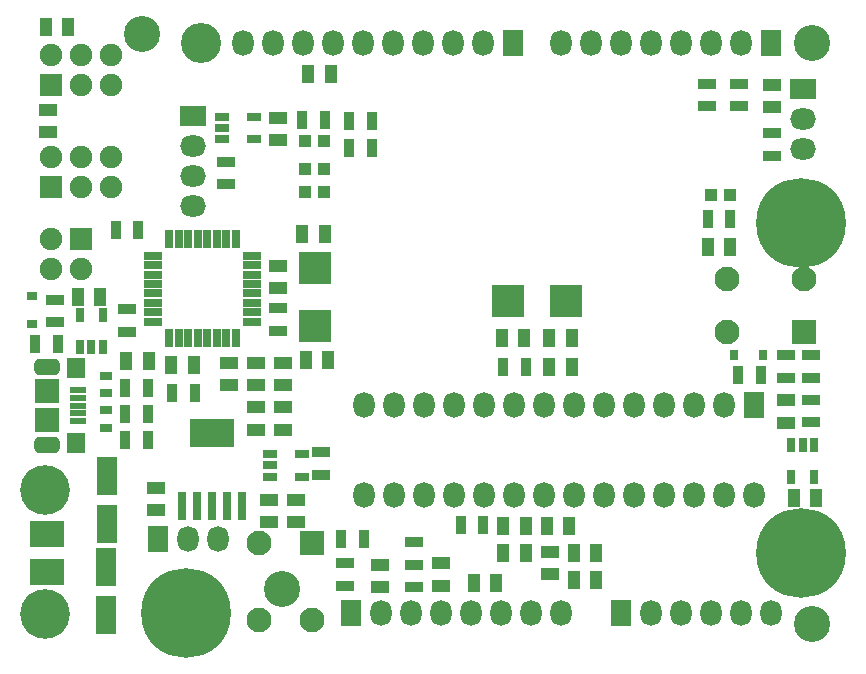
<source format=gts>
G04 Layer_Color=8388736*
%FSLAX44Y44*%
%MOMM*%
G71*
G01*
G75*
%ADD48C,1.9000*%
%ADD49R,1.9000X1.9000*%
%ADD55R,2.8000X2.7000*%
%ADD56R,2.7000X2.8000*%
%ADD57R,1.2000X0.7500*%
%ADD58R,0.7500X1.2000*%
%ADD59R,0.8000X2.4000*%
%ADD60R,3.7000X2.4000*%
%ADD61R,0.6700X1.6200*%
%ADD62R,1.6200X0.6700*%
%ADD63R,2.9000X2.2000*%
%ADD64C,3.0480*%
%ADD65R,1.5000X1.1000*%
%ADD66R,1.1000X1.5000*%
%ADD67R,1.0000X1.0000*%
%ADD68R,1.8000X3.2000*%
%ADD69R,1.4500X0.5000*%
%ADD70R,1.6000X1.8000*%
%ADD71R,2.1000X2.1000*%
%ADD72R,0.8858X0.7588*%
%ADD73R,0.7588X0.8858*%
%ADD74R,1.5000X0.9000*%
%ADD75R,0.9000X1.5000*%
%ADD76R,1.1000X0.8000*%
%ADD77O,1.8000X2.2000*%
%ADD78R,1.8000X2.2000*%
%ADD79C,3.4000*%
%ADD80C,7.6000*%
%ADD81C,4.2000*%
G04:AMPARAMS|DCode=82|XSize=2.2mm|YSize=1.4mm|CornerRadius=0.46mm|HoleSize=0mm|Usage=FLASHONLY|Rotation=0.000|XOffset=0mm|YOffset=0mm|HoleType=Round|Shape=RoundedRectangle|*
%AMROUNDEDRECTD82*
21,1,2.2000,0.4800,0,0,0.0*
21,1,1.2800,1.4000,0,0,0.0*
1,1,0.9200,0.6400,-0.2400*
1,1,0.9200,-0.6400,-0.2400*
1,1,0.9200,-0.6400,0.2400*
1,1,0.9200,0.6400,0.2400*
%
%ADD82ROUNDEDRECTD82*%
%ADD83R,2.2000X1.8000*%
%ADD84O,2.2000X1.8000*%
%ADD85C,2.1000*%
%ADD86R,2.1000X2.1000*%
D48*
X76200Y497840D02*
D03*
X50800D02*
D03*
X25400D02*
D03*
X76200Y472440D02*
D03*
X50800D02*
D03*
X76200Y411480D02*
D03*
X50800D02*
D03*
X25400D02*
D03*
X76200Y386080D02*
D03*
X50800D02*
D03*
X25400Y342000D02*
D03*
X50800Y316600D02*
D03*
X25400D02*
D03*
D49*
Y472440D02*
D03*
Y386080D02*
D03*
X50800Y342000D02*
D03*
D55*
X249000Y317500D02*
D03*
Y268500D02*
D03*
D56*
X412500Y290000D02*
D03*
X461500D02*
D03*
D57*
X238000Y141000D02*
D03*
Y160000D02*
D03*
X211000Y141000D02*
D03*
Y150500D02*
D03*
Y160000D02*
D03*
X197500Y426500D02*
D03*
Y445500D02*
D03*
X170500Y426500D02*
D03*
Y436000D02*
D03*
Y445500D02*
D03*
D58*
X652500Y140500D02*
D03*
X671500D02*
D03*
X652500Y167500D02*
D03*
X662000D02*
D03*
X671500D02*
D03*
X69500Y277500D02*
D03*
X50500D02*
D03*
X69500Y250500D02*
D03*
X60000D02*
D03*
X50500D02*
D03*
D59*
X136600Y116000D02*
D03*
X149300D02*
D03*
X162000D02*
D03*
X174700D02*
D03*
X187400D02*
D03*
D60*
X162000Y178000D02*
D03*
D61*
X182000Y258000D02*
D03*
X174000D02*
D03*
X166000D02*
D03*
X158000D02*
D03*
X150000D02*
D03*
X142000D02*
D03*
X134000D02*
D03*
X126000D02*
D03*
Y342000D02*
D03*
X134000D02*
D03*
X142000D02*
D03*
X150000D02*
D03*
X158000D02*
D03*
X166000D02*
D03*
X174000D02*
D03*
X182000D02*
D03*
D62*
X112000Y272000D02*
D03*
Y280000D02*
D03*
Y288000D02*
D03*
Y296000D02*
D03*
Y304000D02*
D03*
Y312000D02*
D03*
Y320000D02*
D03*
Y328000D02*
D03*
X196000D02*
D03*
Y320000D02*
D03*
Y312000D02*
D03*
Y304000D02*
D03*
Y296000D02*
D03*
Y288000D02*
D03*
Y280000D02*
D03*
Y272000D02*
D03*
D63*
X22000Y60000D02*
D03*
Y92000D02*
D03*
D64*
X221000Y46000D02*
D03*
X670000Y15750D02*
D03*
Y508000D02*
D03*
X103000Y516000D02*
D03*
D65*
X448000Y77500D02*
D03*
Y58500D02*
D03*
X199000Y199500D02*
D03*
Y180500D02*
D03*
X233000Y102500D02*
D03*
Y121500D02*
D03*
X648000Y205500D02*
D03*
Y186500D02*
D03*
X222000Y180500D02*
D03*
Y199500D02*
D03*
X218000Y444500D02*
D03*
Y425500D02*
D03*
X356000Y48500D02*
D03*
Y67500D02*
D03*
X304000Y47500D02*
D03*
Y66500D02*
D03*
X210000Y102500D02*
D03*
Y121500D02*
D03*
X115000Y112500D02*
D03*
Y131500D02*
D03*
X636000Y472500D02*
D03*
Y453500D02*
D03*
X23000Y432500D02*
D03*
Y451500D02*
D03*
X176000Y237500D02*
D03*
Y218500D02*
D03*
X218000Y300500D02*
D03*
Y319500D02*
D03*
X199000Y237500D02*
D03*
Y218500D02*
D03*
X222000Y218500D02*
D03*
Y237500D02*
D03*
D66*
X487500Y53000D02*
D03*
X468500D02*
D03*
X581750Y335250D02*
D03*
X600750D02*
D03*
X89500Y239000D02*
D03*
X108500D02*
D03*
X48500Y293000D02*
D03*
X67500D02*
D03*
X654500Y123000D02*
D03*
X673500D02*
D03*
X447500Y258000D02*
D03*
X466500D02*
D03*
X426500D02*
D03*
X407500D02*
D03*
X445500Y99000D02*
D03*
X464500D02*
D03*
X427500D02*
D03*
X408500D02*
D03*
X427500Y76000D02*
D03*
X408500D02*
D03*
X243500Y482000D02*
D03*
X262500D02*
D03*
X466500Y234000D02*
D03*
X447500D02*
D03*
X487500Y76000D02*
D03*
X468500D02*
D03*
X21500Y522000D02*
D03*
X40500D02*
D03*
X383500Y51000D02*
D03*
X402500D02*
D03*
X241500Y240000D02*
D03*
X260500D02*
D03*
X238500Y346000D02*
D03*
X257500D02*
D03*
X127500Y235000D02*
D03*
X146500D02*
D03*
D67*
X257000Y382000D02*
D03*
X241000D02*
D03*
X257000Y401000D02*
D03*
X241000D02*
D03*
X257000Y425000D02*
D03*
X241000D02*
D03*
X600250Y379250D02*
D03*
X584250D02*
D03*
D68*
X72000Y64500D02*
D03*
Y23500D02*
D03*
X73000Y141500D02*
D03*
Y100500D02*
D03*
D69*
X48745Y214000D02*
D03*
Y207500D02*
D03*
Y201000D02*
D03*
Y194500D02*
D03*
Y188000D02*
D03*
D70*
X46495Y233000D02*
D03*
Y169000D02*
D03*
D71*
X21995Y189000D02*
D03*
Y213000D02*
D03*
X246500Y84750D02*
D03*
D72*
X10000Y269808D02*
D03*
Y294192D02*
D03*
D73*
X603808Y244000D02*
D03*
X628192D02*
D03*
D74*
X174000Y407500D02*
D03*
Y388500D02*
D03*
X218000Y264500D02*
D03*
Y283500D02*
D03*
X608000Y473500D02*
D03*
Y454500D02*
D03*
X581000D02*
D03*
Y473500D02*
D03*
X636000Y431500D02*
D03*
Y412500D02*
D03*
X254000Y142500D02*
D03*
Y161500D02*
D03*
X648000Y243500D02*
D03*
Y224500D02*
D03*
X333000Y66500D02*
D03*
Y85500D02*
D03*
Y66500D02*
D03*
Y47500D02*
D03*
X90000Y263500D02*
D03*
Y282500D02*
D03*
X669000Y206000D02*
D03*
Y187000D02*
D03*
X29000Y271500D02*
D03*
Y290500D02*
D03*
X669000Y224500D02*
D03*
Y243500D02*
D03*
X275000Y67500D02*
D03*
Y48500D02*
D03*
D75*
X278250Y442000D02*
D03*
X297250D02*
D03*
Y419000D02*
D03*
X278250D02*
D03*
X99500Y350000D02*
D03*
X80500D02*
D03*
X107500Y216000D02*
D03*
X88500D02*
D03*
Y194000D02*
D03*
X107500D02*
D03*
Y172000D02*
D03*
X88500D02*
D03*
X391500Y100000D02*
D03*
X372500D02*
D03*
X238500Y443000D02*
D03*
X257500D02*
D03*
X427500Y234000D02*
D03*
X408500D02*
D03*
X581750Y359250D02*
D03*
X600750D02*
D03*
X31500Y253000D02*
D03*
X12500D02*
D03*
X271500Y88000D02*
D03*
X290500D02*
D03*
X128500Y212000D02*
D03*
X147500D02*
D03*
X607500Y227000D02*
D03*
X626500D02*
D03*
D76*
X72000Y211500D02*
D03*
Y226500D02*
D03*
Y182500D02*
D03*
Y197500D02*
D03*
D77*
X290450Y125730D02*
D03*
X315850D02*
D03*
X341250D02*
D03*
X366650D02*
D03*
X392050D02*
D03*
X417450D02*
D03*
X442850D02*
D03*
X468250D02*
D03*
X493650D02*
D03*
X519050D02*
D03*
X544450D02*
D03*
X569850D02*
D03*
X595250D02*
D03*
X620650D02*
D03*
X290450Y201930D02*
D03*
X315850D02*
D03*
X341250D02*
D03*
X366650D02*
D03*
X392050D02*
D03*
X417450D02*
D03*
X442850D02*
D03*
X468250D02*
D03*
X493650D02*
D03*
X519050D02*
D03*
X544450D02*
D03*
X569850D02*
D03*
X595250D02*
D03*
X304800Y25400D02*
D03*
X330200D02*
D03*
X355600D02*
D03*
X381000D02*
D03*
X406400D02*
D03*
X431800D02*
D03*
X457200D02*
D03*
X533400D02*
D03*
X558800D02*
D03*
X584200D02*
D03*
X609600D02*
D03*
X635000D02*
D03*
X609600Y508000D02*
D03*
X584200D02*
D03*
X558800D02*
D03*
X533400D02*
D03*
X508000D02*
D03*
X482600D02*
D03*
X457200D02*
D03*
X187960D02*
D03*
X213360D02*
D03*
X238760D02*
D03*
X264160D02*
D03*
X289560D02*
D03*
X314960D02*
D03*
X340360D02*
D03*
X365760D02*
D03*
X391160D02*
D03*
X141600Y88000D02*
D03*
X167000D02*
D03*
D78*
X620650Y201930D02*
D03*
X279400Y25400D02*
D03*
X508000D02*
D03*
X635000Y508000D02*
D03*
X416560D02*
D03*
X116200Y88000D02*
D03*
D79*
X152400Y508000D02*
D03*
D80*
X660400Y355600D02*
D03*
Y76200D02*
D03*
X139700Y25400D02*
D03*
D81*
X21000Y130000D02*
D03*
Y25000D02*
D03*
D82*
X21995Y234000D02*
D03*
Y168000D02*
D03*
D83*
X662000Y469000D02*
D03*
X146000Y446000D02*
D03*
D84*
X662000Y443600D02*
D03*
Y418200D02*
D03*
X146000Y420600D02*
D03*
Y395200D02*
D03*
Y369800D02*
D03*
D85*
X663000Y308000D02*
D03*
X598000D02*
D03*
Y263000D02*
D03*
X246500Y19750D02*
D03*
X201500D02*
D03*
Y84750D02*
D03*
D86*
X663000Y263000D02*
D03*
M02*

</source>
